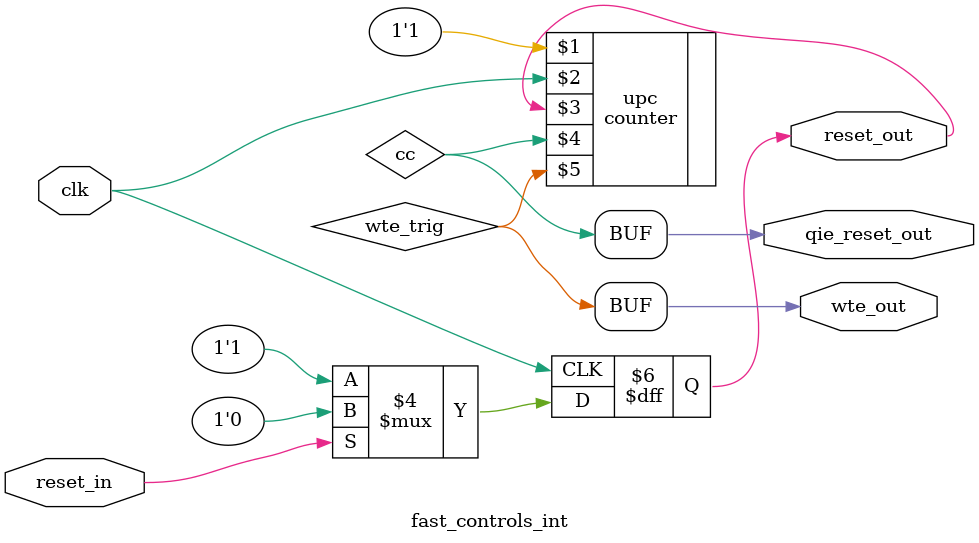
<source format=v>
`timescale 1ns / 1ps
module fast_controls_int(
    input clk,
//    input aux_in,
    input reset_in,
    output wire wte_out,
    output reg reset_out,
    output wire qie_reset_out
    );

	wire cc, wte_trig; //cc generates qie reset every N clock cycles and wte_trig generates WTE signal M pulses after
   counter upc(1'b1, clk,  reset_out, cc, wte_trig);
	
	//standalone mode genreates qie reset and wte internally 
	assign qie_reset_out = cc;
	assign wte_out = wte_trig;

	// set the reset syncronusly with clock based on aux in or manual switch
	always @(posedge clk)
	begin
		if(reset_in == 1'b0)
			reset_out <= 1'b1;
		else
			reset_out <= 1'b0;
	end

endmodule

</source>
